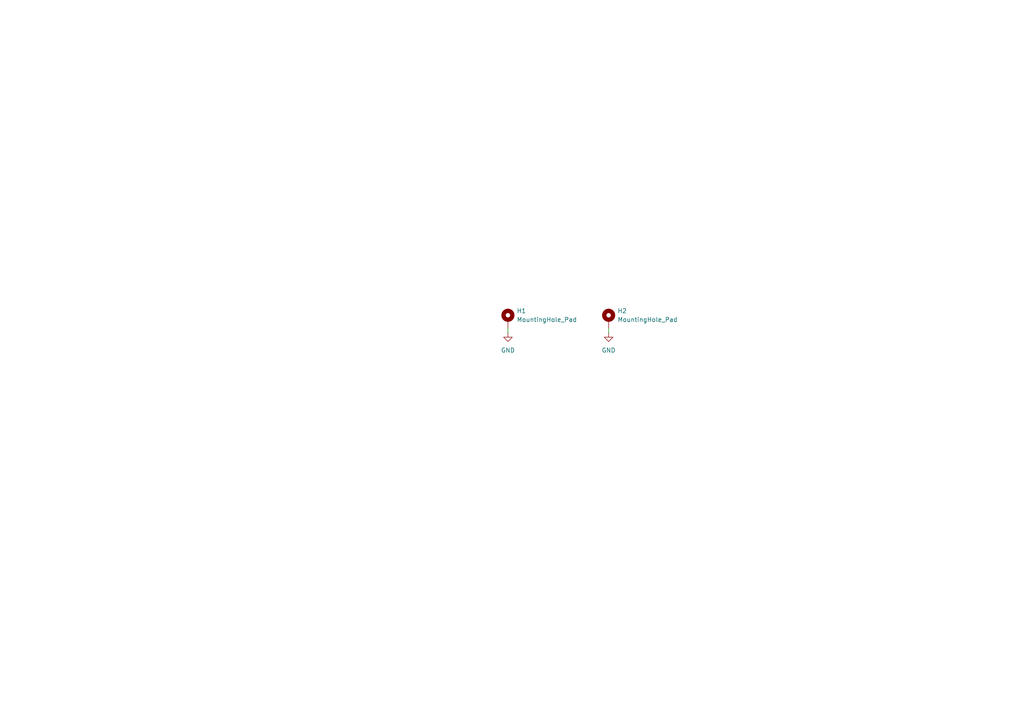
<source format=kicad_sch>
(kicad_sch (version 20250114) (generator "eeschema") (generator_version "9.0")
  (paper "A4")
  (lib_symbols
    (symbol "Mechanical:MountingHole_Pad" (pin_numbers (hide yes)) (pin_names (offset 1.016) (hide yes)) (in_bom no)
      (property "Reference" "H" (at 0 6.35 0))
      (property "Value" "MountingHole_Pad" (at 0 4.445 0))
      (symbol "MountingHole_Pad_0_1"
        (circle (center 0 1.27) (radius 1.27) (stroke (width 1.27)))
      )
      (symbol "MountingHole_Pad_1_1"
        (pin input line (at 0 -2.54 90) (length 2.54) (name "1") (number "1"))
      )
    )
    (symbol "power:GND" (power) (pin_numbers (hide yes)) (pin_names (offset 0) (hide yes))
      (property "Value" "GND" (at 0 -3.81 0))
      (symbol "GND_0_1"
        (polyline (pts (xy 0 0) (xy 0 -1.27) (xy 1.27 -1.27) (xy 0 -2.54) (xy -1.27 -1.27) (xy 0 -1.27)))
      )
      (symbol "GND_1_1"
        (pin power_in line (at 0 0 270) (length 0) (name "~") (number "1"))
      )
    )
  )
  (wire (pts (xy 147.32 95.25) (xy 147.32 96.52)))
  (wire (pts (xy 176.53 95.25) (xy 176.53 96.52)))
  (symbol (lib_id "power:GND") (at 176.53 96.52 0) (unit 1)
    (property "Reference" "#PWR02" (effects (hide yes)))
    (property "Value" "GND" (at 176.53 101.6 0))
    (property "Description" "Power symbol creates a global label with name \"GND\" , ground" (effects (hide yes)))
  )
  (symbol (lib_id "Mechanical:MountingHole_Pad") (at 147.32 92.71 0) (unit 1) (in_bom no)
    (property "Reference" "H1" (at 149.86 90.1699 0) (effects (justify left)))
    (property "Value" "MountingHole_Pad" (at 149.86 92.7099 0) (effects (justify left)))
    (property "Footprint" "MountingHole:MountingHole_3.2mm_M3_DIN965_Pad_TopOnly" (effects (hide yes)))
    (property "Description" "Mounting Hole with connection" (effects (hide yes)))
  )
  (symbol (lib_id "power:GND") (at 147.32 96.52 0) (unit 1)
    (property "Reference" "#PWR01" (effects (hide yes)))
    (property "Value" "GND" (at 147.32 101.6 0))
    (property "Description" "Power symbol creates a global label with name \"GND\" , ground" (effects (hide yes)))
  )
  (symbol (lib_id "Mechanical:MountingHole_Pad") (at 176.53 92.71 0) (unit 1) (in_bom no)
    (property "Reference" "H2" (at 179.07 90.1699 0) (effects (justify left)))
    (property "Value" "MountingHole_Pad" (at 179.07 92.7099 0) (effects (justify left)))
    (property "Footprint" "MountingHole:MountingHole_3.2mm_M3_DIN965_Pad_TopOnly" (effects (hide yes)))
    (property "Description" "Mounting Hole with connection" (effects (hide yes)))
  )
)
</source>
